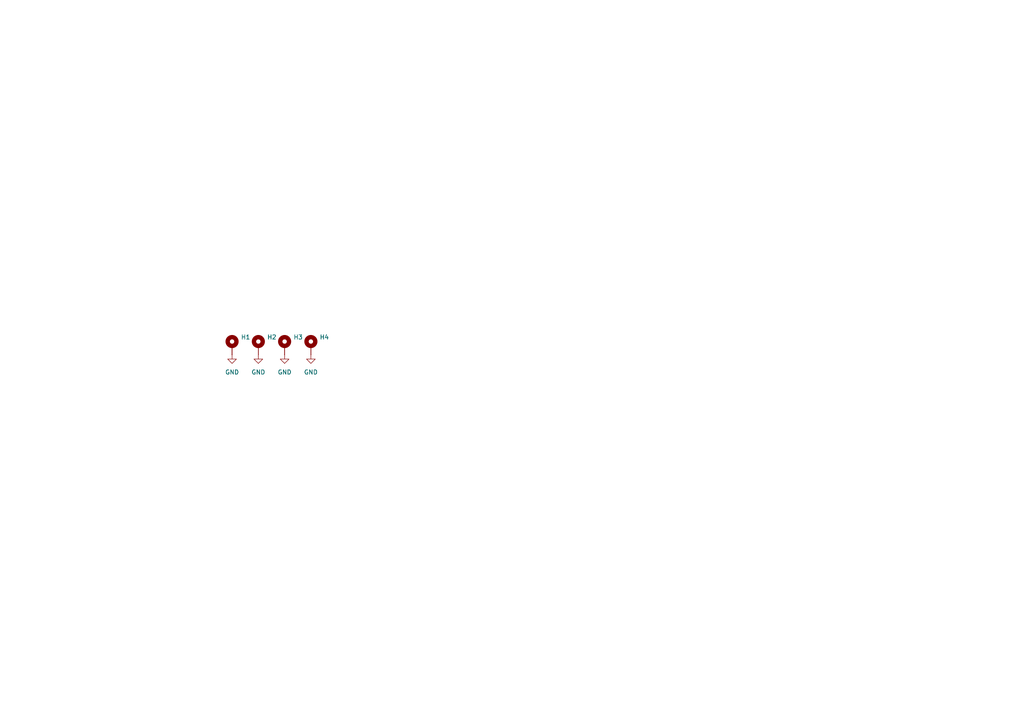
<source format=kicad_sch>
(kicad_sch (version 20231120) (generator "eeschema") (generator_version "8.0")
  (paper "A4")
  (lib_symbols
    (symbol "MountingHole_Pad_1" (pin_numbers hide) (pin_names (offset 1.016) hide)
      (property "Reference" "H" (at 0 6.35 0))
      (property "Value" "MountingHole_Pad" (at 0 4.445 0))
      (symbol "MountingHole_Pad_1_0_1"
        (circle (center 0 1.27) (radius 1.27) (stroke (width 1.27)))
      )
      (symbol "MountingHole_Pad_1_1_1"
        (pin input line (at 0 -2.54 90) (length 2.54) (name "1") (number "1"))
      )
    )
    (symbol "MountingHole_Pad_2" (pin_numbers hide) (pin_names (offset 1.016) hide)
      (property "Reference" "H" (at 0 6.35 0))
      (property "Value" "MountingHole_Pad" (at 0 4.445 0))
      (symbol "MountingHole_Pad_2_0_1"
        (circle (center 0 1.27) (radius 1.27) (stroke (width 1.27)))
      )
      (symbol "MountingHole_Pad_2_1_1"
        (pin input line (at 0 -2.54 90) (length 2.54) (name "1") (number "1"))
      )
    )
    (symbol "MountingHole_Pad_5" (pin_numbers hide) (pin_names (offset 1.016) hide)
      (property "Reference" "H" (at 0 6.35 0))
      (property "Value" "MountingHole_Pad" (at 0 4.445 0))
      (symbol "MountingHole_Pad_5_0_1"
        (circle (center 0 1.27) (radius 1.27) (stroke (width 1.27)))
      )
      (symbol "MountingHole_Pad_5_1_1"
        (pin input line (at 0 -2.54 90) (length 2.54) (name "1") (number "1"))
      )
    )
    (symbol "MountingHole_Pad_7" (pin_numbers hide) (pin_names (offset 1.016) hide)
      (property "Reference" "H" (at 0 6.35 0))
      (property "Value" "MountingHole_Pad" (at 0 4.445 0))
      (symbol "MountingHole_Pad_7_0_1"
        (circle (center 0 1.27) (radius 1.27) (stroke (width 1.27)))
      )
      (symbol "MountingHole_Pad_7_1_1"
        (pin input line (at 0 -2.54 90) (length 2.54) (name "1") (number "1"))
      )
    )
    (symbol "power:GND" (power) (pin_numbers hide) (pin_names (offset 0) hide)
      (property "Value" "GND" (at 0 -3.81 0))
      (symbol "GND_0_1"
        (polyline (pts (xy 0 0) (xy 0 -1.27) (xy 1.27 -1.27) (xy 0 -2.54) (xy -1.27 -1.27) (xy 0 -1.27)))
      )
      (symbol "GND_1_1"
        (pin power_in line (at 0 0 270) (length 0) (name "~") (number "1"))
      )
    )
  )
  (symbol (lib_id "power:GND") (at 90.17 102.87 0) (unit 1)
    (property "Reference" "#PWR044" (effects (hide yes)))
    (property "Value" "GND" (at 90.17 107.95 0))
    (property "Description" "Power symbol creates a global label with name \"GND\" , ground" (effects (hide yes)))
  )
  (symbol (lib_id "power:GND") (at 82.55 102.87 0) (unit 1)
    (property "Reference" "#PWR043" (effects (hide yes)))
    (property "Value" "GND" (at 82.55 107.95 0))
    (property "Description" "Power symbol creates a global label with name \"GND\" , ground" (effects (hide yes)))
  )
  (symbol (lib_id "power:GND") (at 67.31 102.87 0) (unit 1)
    (property "Reference" "#PWR02" (effects (hide yes)))
    (property "Value" "GND" (at 67.31 107.95 0))
    (property "Description" "Power symbol creates a global label with name \"GND\" , ground" (effects (hide yes)))
  )
  (symbol (lib_name "MountingHole_Pad_2") (lib_id "Mechanical:MountingHole_Pad") (at 90.17 100.33 0) (unit 1) (in_bom no)
    (property "Reference" "H4" (at 92.71 97.7899 0) (effects (justify left)))
    (property "Value" "MountingHole_Pad" (effects (hide yes)))
    (property "Footprint" "MountingHole:MountingHole_3.2mm_M3_Pad_Via" (effects (hide yes)))
  )
  (symbol (lib_name "MountingHole_Pad_1") (lib_id "Mechanical:MountingHole_Pad") (at 82.55 100.33 0) (unit 1) (in_bom no)
    (property "Reference" "H3" (at 85.09 97.7899 0) (effects (justify left)))
    (property "Value" "MountingHole_Pad" (effects (hide yes)))
    (property "Footprint" "MountingHole:MountingHole_3.2mm_M3_Pad_Via" (effects (hide yes)))
  )
  (symbol (lib_name "MountingHole_Pad_7") (lib_id "Mechanical:MountingHole_Pad") (at 67.31 100.33 0) (unit 1) (in_bom no)
    (property "Reference" "H1" (at 69.85 97.7899 0) (effects (justify left)))
    (property "Value" "MountingHole_Pad" (effects (hide yes)))
    (property "Footprint" "MountingHole:MountingHole_3.2mm_M3_Pad_Via" (effects (hide yes)))
  )
  (symbol (lib_name "MountingHole_Pad_5") (lib_id "Mechanical:MountingHole_Pad") (at 74.93 100.33 0) (unit 1) (in_bom no)
    (property "Reference" "H2" (at 77.47 97.7899 0) (effects (justify left)))
    (property "Value" "MountingHole_Pad" (effects (hide yes)))
    (property "Footprint" "MountingHole:MountingHole_3.2mm_M3_Pad_Via" (effects (hide yes)))
  )
  (symbol (lib_id "power:GND") (at 74.93 102.87 0) (unit 1)
    (property "Reference" "#PWR042" (effects (hide yes)))
    (property "Value" "GND" (at 74.93 107.95 0))
    (property "Description" "Power symbol creates a global label with name \"GND\" , ground" (effects (hide yes)))
  )
)
</source>
